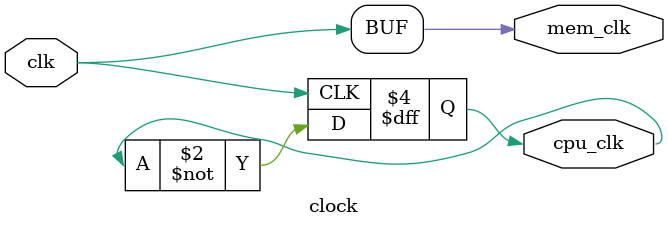
<source format=v>
module clock(clk, cpu_clk, mem_clk);

	input 		clk;
	output 		cpu_clk, mem_clk; 

	reg 			cpu_clk;
	
	assign		mem_clk = clk;
	
	initial 
		begin
			cpu_clk <= 0;
		end

	always @(posedge clk)
		begin 
			cpu_clk <= ~cpu_clk;
		end
	
endmodule

</source>
